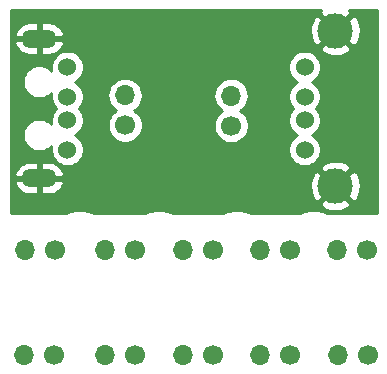
<source format=gbr>
G04 #@! TF.GenerationSoftware,KiCad,Pcbnew,(5.1.2)-1*
G04 #@! TF.CreationDate,2024-04-02T23:01:08+09:00*
G04 #@! TF.ProjectId,uf,75662e6b-6963-4616-945f-706362585858,v1.0*
G04 #@! TF.SameCoordinates,Original*
G04 #@! TF.FileFunction,Copper,L2,Bot*
G04 #@! TF.FilePolarity,Positive*
%FSLAX46Y46*%
G04 Gerber Fmt 4.6, Leading zero omitted, Abs format (unit mm)*
G04 Created by KiCad (PCBNEW (5.1.2)-1) date 2024-04-02 23:01:08*
%MOMM*%
%LPD*%
G04 APERTURE LIST*
%ADD10O,3.000000X1.500000*%
%ADD11C,1.524000*%
%ADD12O,1.700000X1.700000*%
%ADD13C,1.700000*%
%ADD14C,3.000000*%
%ADD15C,0.254000*%
G04 APERTURE END LIST*
D10*
X131060000Y-124400000D03*
X131060000Y-112600000D03*
D11*
X133460000Y-115000000D03*
X133460000Y-117500000D03*
X133460000Y-119500000D03*
X133460000Y-122000000D03*
D12*
X138340000Y-117380000D03*
D13*
X138340000Y-119920000D03*
D12*
X156330000Y-139360000D03*
D13*
X158870000Y-139360000D03*
D12*
X149790000Y-139380000D03*
D13*
X152330000Y-139380000D03*
D12*
X143240000Y-139380000D03*
D13*
X145780000Y-139380000D03*
D12*
X136640000Y-139380000D03*
D13*
X139180000Y-139380000D03*
D12*
X129800000Y-139380000D03*
D13*
X132340000Y-139380000D03*
D12*
X147320000Y-117420000D03*
D13*
X147320000Y-119960000D03*
D12*
X156280000Y-130470000D03*
D13*
X158820000Y-130470000D03*
D12*
X149790000Y-130490000D03*
D13*
X152330000Y-130490000D03*
D12*
X143240000Y-130490000D03*
D13*
X145780000Y-130490000D03*
D12*
X136640000Y-130490000D03*
D13*
X139180000Y-130490000D03*
D12*
X129870000Y-130490000D03*
D13*
X132410000Y-130490000D03*
D14*
X156140000Y-111930000D03*
X156140000Y-125070000D03*
D11*
X153540000Y-115000000D03*
X153540000Y-117500000D03*
X153540000Y-119500000D03*
X153540000Y-122000000D03*
D15*
G36*
X154827952Y-110438347D02*
G01*
X156140000Y-111750395D01*
X157452048Y-110438347D01*
X157314436Y-110160000D01*
X159640000Y-110160000D01*
X159640001Y-127349654D01*
X159604862Y-127373000D01*
X159532308Y-127373000D01*
X159492089Y-127365000D01*
X159307911Y-127365000D01*
X159267693Y-127373000D01*
X158632307Y-127373000D01*
X158592089Y-127365000D01*
X158407911Y-127365000D01*
X158367693Y-127373000D01*
X157732307Y-127373000D01*
X157692089Y-127365000D01*
X157507911Y-127365000D01*
X157467693Y-127373000D01*
X156832307Y-127373000D01*
X156792089Y-127365000D01*
X156607911Y-127365000D01*
X156567693Y-127373000D01*
X155932307Y-127373000D01*
X155892089Y-127365000D01*
X155707911Y-127365000D01*
X155667693Y-127373000D01*
X155494968Y-127373000D01*
X155493839Y-127372079D01*
X155444034Y-127338988D01*
X155394650Y-127305174D01*
X155386544Y-127300792D01*
X155300383Y-127254980D01*
X155245091Y-127232191D01*
X155190102Y-127208622D01*
X155181299Y-127205897D01*
X155087881Y-127177692D01*
X155029174Y-127166067D01*
X154970684Y-127153635D01*
X154961530Y-127152673D01*
X154961524Y-127152672D01*
X154961519Y-127152672D01*
X154864402Y-127143150D01*
X154832419Y-127140000D01*
X153767581Y-127140000D01*
X153735110Y-127143198D01*
X153728617Y-127143198D01*
X153719453Y-127144162D01*
X153677169Y-127148905D01*
X153670617Y-127149550D01*
X153670148Y-127149692D01*
X153622478Y-127155039D01*
X153563984Y-127167472D01*
X153505284Y-127179095D01*
X153496481Y-127181820D01*
X153403465Y-127211326D01*
X153348505Y-127234882D01*
X153293178Y-127257686D01*
X153285072Y-127262069D01*
X153199559Y-127309080D01*
X153150208Y-127342872D01*
X153104862Y-127373000D01*
X153032308Y-127373000D01*
X152992089Y-127365000D01*
X152807911Y-127365000D01*
X152767693Y-127373000D01*
X152132307Y-127373000D01*
X152092089Y-127365000D01*
X151907911Y-127365000D01*
X151867693Y-127373000D01*
X151232307Y-127373000D01*
X151192089Y-127365000D01*
X151007911Y-127365000D01*
X150967693Y-127373000D01*
X150332307Y-127373000D01*
X150292089Y-127365000D01*
X150107911Y-127365000D01*
X150067693Y-127373000D01*
X149432307Y-127373000D01*
X149392089Y-127365000D01*
X149207911Y-127365000D01*
X149167693Y-127373000D01*
X148994968Y-127373000D01*
X148993839Y-127372079D01*
X148944034Y-127338988D01*
X148894650Y-127305174D01*
X148886544Y-127300792D01*
X148800383Y-127254980D01*
X148745091Y-127232191D01*
X148690102Y-127208622D01*
X148681299Y-127205897D01*
X148587881Y-127177692D01*
X148529174Y-127166067D01*
X148470684Y-127153635D01*
X148461530Y-127152673D01*
X148461524Y-127152672D01*
X148461519Y-127152672D01*
X148364402Y-127143150D01*
X148332419Y-127140000D01*
X147267581Y-127140000D01*
X147235110Y-127143198D01*
X147228617Y-127143198D01*
X147219453Y-127144162D01*
X147177169Y-127148905D01*
X147170617Y-127149550D01*
X147170148Y-127149692D01*
X147122478Y-127155039D01*
X147063984Y-127167472D01*
X147005284Y-127179095D01*
X146996481Y-127181820D01*
X146903465Y-127211326D01*
X146848505Y-127234882D01*
X146793178Y-127257686D01*
X146785072Y-127262069D01*
X146699559Y-127309080D01*
X146650208Y-127342872D01*
X146604862Y-127373000D01*
X146432307Y-127373000D01*
X146392089Y-127365000D01*
X146207911Y-127365000D01*
X146167693Y-127373000D01*
X145532307Y-127373000D01*
X145492089Y-127365000D01*
X145307911Y-127365000D01*
X145267693Y-127373000D01*
X144632307Y-127373000D01*
X144592089Y-127365000D01*
X144407911Y-127365000D01*
X144367693Y-127373000D01*
X143732307Y-127373000D01*
X143692089Y-127365000D01*
X143507911Y-127365000D01*
X143467693Y-127373000D01*
X142832307Y-127373000D01*
X142792089Y-127365000D01*
X142607911Y-127365000D01*
X142567693Y-127373000D01*
X142394968Y-127373000D01*
X142393839Y-127372079D01*
X142344034Y-127338988D01*
X142294650Y-127305174D01*
X142286544Y-127300792D01*
X142200383Y-127254980D01*
X142145091Y-127232191D01*
X142090102Y-127208622D01*
X142081299Y-127205897D01*
X141987881Y-127177692D01*
X141929174Y-127166067D01*
X141870684Y-127153635D01*
X141861530Y-127152673D01*
X141861524Y-127152672D01*
X141861519Y-127152672D01*
X141764402Y-127143150D01*
X141732419Y-127140000D01*
X140667581Y-127140000D01*
X140635110Y-127143198D01*
X140628617Y-127143198D01*
X140619453Y-127144162D01*
X140577169Y-127148905D01*
X140570617Y-127149550D01*
X140570148Y-127149692D01*
X140522478Y-127155039D01*
X140463984Y-127167472D01*
X140405284Y-127179095D01*
X140396481Y-127181820D01*
X140303465Y-127211326D01*
X140248505Y-127234882D01*
X140193178Y-127257686D01*
X140185072Y-127262069D01*
X140099559Y-127309080D01*
X140050208Y-127342872D01*
X140004862Y-127373000D01*
X139832307Y-127373000D01*
X139792089Y-127365000D01*
X139607911Y-127365000D01*
X139567693Y-127373000D01*
X138932307Y-127373000D01*
X138892089Y-127365000D01*
X138707911Y-127365000D01*
X138667693Y-127373000D01*
X138032307Y-127373000D01*
X137992089Y-127365000D01*
X137807911Y-127365000D01*
X137767693Y-127373000D01*
X137132307Y-127373000D01*
X137092089Y-127365000D01*
X136907911Y-127365000D01*
X136867693Y-127373000D01*
X136132307Y-127373000D01*
X136092089Y-127365000D01*
X135907911Y-127365000D01*
X135867693Y-127373000D01*
X135694968Y-127373000D01*
X135693839Y-127372079D01*
X135644034Y-127338988D01*
X135594650Y-127305174D01*
X135586544Y-127300792D01*
X135500383Y-127254980D01*
X135445091Y-127232191D01*
X135390102Y-127208622D01*
X135381299Y-127205897D01*
X135287881Y-127177692D01*
X135229174Y-127166067D01*
X135170684Y-127153635D01*
X135161530Y-127152673D01*
X135161524Y-127152672D01*
X135161519Y-127152672D01*
X135064402Y-127143150D01*
X135032419Y-127140000D01*
X133967581Y-127140000D01*
X133935110Y-127143198D01*
X133928617Y-127143198D01*
X133919453Y-127144162D01*
X133877169Y-127148905D01*
X133870617Y-127149550D01*
X133870148Y-127149692D01*
X133822478Y-127155039D01*
X133763984Y-127167472D01*
X133705284Y-127179095D01*
X133696481Y-127181820D01*
X133603465Y-127211326D01*
X133548505Y-127234882D01*
X133493178Y-127257686D01*
X133485072Y-127262069D01*
X133399559Y-127309080D01*
X133350208Y-127342872D01*
X133304862Y-127373000D01*
X133132307Y-127373000D01*
X133092089Y-127365000D01*
X132907911Y-127365000D01*
X132867693Y-127373000D01*
X132132307Y-127373000D01*
X132092089Y-127365000D01*
X131907911Y-127365000D01*
X131867693Y-127373000D01*
X131132307Y-127373000D01*
X131092089Y-127365000D01*
X130907911Y-127365000D01*
X130867693Y-127373000D01*
X130132307Y-127373000D01*
X130092089Y-127365000D01*
X129907911Y-127365000D01*
X129867693Y-127373000D01*
X129132307Y-127373000D01*
X129092089Y-127365000D01*
X128907911Y-127365000D01*
X128867693Y-127373000D01*
X128694968Y-127373000D01*
X128693839Y-127372079D01*
X128660000Y-127349596D01*
X128660000Y-126561653D01*
X154827952Y-126561653D01*
X154983962Y-126877214D01*
X155358745Y-127068020D01*
X155763551Y-127182044D01*
X156182824Y-127214902D01*
X156600451Y-127165334D01*
X157000383Y-127035243D01*
X157296038Y-126877214D01*
X157452048Y-126561653D01*
X156140000Y-125249605D01*
X154827952Y-126561653D01*
X128660000Y-126561653D01*
X128660000Y-124741185D01*
X128967682Y-124741185D01*
X128981827Y-124812684D01*
X129087858Y-125063868D01*
X129240855Y-125289540D01*
X129434939Y-125481028D01*
X129662651Y-125630972D01*
X129915240Y-125733611D01*
X130183000Y-125785000D01*
X130933000Y-125785000D01*
X130933000Y-124527000D01*
X131187000Y-124527000D01*
X131187000Y-125785000D01*
X131937000Y-125785000D01*
X132204760Y-125733611D01*
X132457349Y-125630972D01*
X132685061Y-125481028D01*
X132879145Y-125289540D01*
X132998951Y-125112824D01*
X153995098Y-125112824D01*
X154044666Y-125530451D01*
X154174757Y-125930383D01*
X154332786Y-126226038D01*
X154648347Y-126382048D01*
X155960395Y-125070000D01*
X156319605Y-125070000D01*
X157631653Y-126382048D01*
X157947214Y-126226038D01*
X158138020Y-125851255D01*
X158252044Y-125446449D01*
X158284902Y-125027176D01*
X158235334Y-124609549D01*
X158105243Y-124209617D01*
X157947214Y-123913962D01*
X157631653Y-123757952D01*
X156319605Y-125070000D01*
X155960395Y-125070000D01*
X154648347Y-123757952D01*
X154332786Y-123913962D01*
X154141980Y-124288745D01*
X154027956Y-124693551D01*
X153995098Y-125112824D01*
X132998951Y-125112824D01*
X133032142Y-125063868D01*
X133138173Y-124812684D01*
X133152318Y-124741185D01*
X133029656Y-124527000D01*
X131187000Y-124527000D01*
X130933000Y-124527000D01*
X129090344Y-124527000D01*
X128967682Y-124741185D01*
X128660000Y-124741185D01*
X128660000Y-124058815D01*
X128967682Y-124058815D01*
X129090344Y-124273000D01*
X130933000Y-124273000D01*
X130933000Y-123015000D01*
X131187000Y-123015000D01*
X131187000Y-124273000D01*
X133029656Y-124273000D01*
X133152318Y-124058815D01*
X133138173Y-123987316D01*
X133032142Y-123736132D01*
X132925170Y-123578347D01*
X154827952Y-123578347D01*
X156140000Y-124890395D01*
X157452048Y-123578347D01*
X157296038Y-123262786D01*
X156921255Y-123071980D01*
X156516449Y-122957956D01*
X156097176Y-122925098D01*
X155679549Y-122974666D01*
X155279617Y-123104757D01*
X154983962Y-123262786D01*
X154827952Y-123578347D01*
X132925170Y-123578347D01*
X132879145Y-123510460D01*
X132685061Y-123318972D01*
X132457349Y-123169028D01*
X132204760Y-123066389D01*
X131937000Y-123015000D01*
X131187000Y-123015000D01*
X130933000Y-123015000D01*
X130183000Y-123015000D01*
X129915240Y-123066389D01*
X129662651Y-123169028D01*
X129434939Y-123318972D01*
X129240855Y-123510460D01*
X129087858Y-123736132D01*
X128981827Y-123987316D01*
X128967682Y-124058815D01*
X128660000Y-124058815D01*
X128660000Y-116113589D01*
X129675000Y-116113589D01*
X129675000Y-116386411D01*
X129728225Y-116653989D01*
X129832629Y-116906043D01*
X129984201Y-117132886D01*
X130177114Y-117325799D01*
X130403957Y-117477371D01*
X130656011Y-117581775D01*
X130923589Y-117635000D01*
X131196411Y-117635000D01*
X131463989Y-117581775D01*
X131716043Y-117477371D01*
X131942886Y-117325799D01*
X132101915Y-117166770D01*
X132063000Y-117362408D01*
X132063000Y-117637592D01*
X132116686Y-117907490D01*
X132221995Y-118161727D01*
X132374880Y-118390535D01*
X132484345Y-118500000D01*
X132374880Y-118609465D01*
X132221995Y-118838273D01*
X132116686Y-119092510D01*
X132063000Y-119362408D01*
X132063000Y-119637592D01*
X132101915Y-119833230D01*
X131942886Y-119674201D01*
X131716043Y-119522629D01*
X131463989Y-119418225D01*
X131196411Y-119365000D01*
X130923589Y-119365000D01*
X130656011Y-119418225D01*
X130403957Y-119522629D01*
X130177114Y-119674201D01*
X129984201Y-119867114D01*
X129832629Y-120093957D01*
X129728225Y-120346011D01*
X129675000Y-120613589D01*
X129675000Y-120886411D01*
X129728225Y-121153989D01*
X129832629Y-121406043D01*
X129984201Y-121632886D01*
X130177114Y-121825799D01*
X130403957Y-121977371D01*
X130656011Y-122081775D01*
X130923589Y-122135000D01*
X131196411Y-122135000D01*
X131463989Y-122081775D01*
X131716043Y-121977371D01*
X131942886Y-121825799D01*
X132101915Y-121666770D01*
X132063000Y-121862408D01*
X132063000Y-122137592D01*
X132116686Y-122407490D01*
X132221995Y-122661727D01*
X132374880Y-122890535D01*
X132569465Y-123085120D01*
X132798273Y-123238005D01*
X133052510Y-123343314D01*
X133322408Y-123397000D01*
X133597592Y-123397000D01*
X133867490Y-123343314D01*
X134121727Y-123238005D01*
X134350535Y-123085120D01*
X134545120Y-122890535D01*
X134698005Y-122661727D01*
X134803314Y-122407490D01*
X134857000Y-122137592D01*
X134857000Y-121862408D01*
X134803314Y-121592510D01*
X134698005Y-121338273D01*
X134545120Y-121109465D01*
X134350535Y-120914880D01*
X134121727Y-120761995D01*
X134092769Y-120750000D01*
X134121727Y-120738005D01*
X134350535Y-120585120D01*
X134545120Y-120390535D01*
X134698005Y-120161727D01*
X134803314Y-119907490D01*
X134857000Y-119637592D01*
X134857000Y-119362408D01*
X134803314Y-119092510D01*
X134698005Y-118838273D01*
X134545120Y-118609465D01*
X134435655Y-118500000D01*
X134545120Y-118390535D01*
X134698005Y-118161727D01*
X134803314Y-117907490D01*
X134857000Y-117637592D01*
X134857000Y-117380000D01*
X136847815Y-117380000D01*
X136876487Y-117671111D01*
X136961401Y-117951034D01*
X137099294Y-118209014D01*
X137284866Y-118435134D01*
X137510986Y-118620706D01*
X137566885Y-118650585D01*
X137393368Y-118766525D01*
X137186525Y-118973368D01*
X137024010Y-119216589D01*
X136912068Y-119486842D01*
X136855000Y-119773740D01*
X136855000Y-120066260D01*
X136912068Y-120353158D01*
X137024010Y-120623411D01*
X137186525Y-120866632D01*
X137393368Y-121073475D01*
X137636589Y-121235990D01*
X137906842Y-121347932D01*
X138193740Y-121405000D01*
X138486260Y-121405000D01*
X138773158Y-121347932D01*
X139043411Y-121235990D01*
X139286632Y-121073475D01*
X139493475Y-120866632D01*
X139655990Y-120623411D01*
X139767932Y-120353158D01*
X139825000Y-120066260D01*
X139825000Y-119773740D01*
X139767932Y-119486842D01*
X139655990Y-119216589D01*
X139493475Y-118973368D01*
X139286632Y-118766525D01*
X139113115Y-118650585D01*
X139169014Y-118620706D01*
X139395134Y-118435134D01*
X139580706Y-118209014D01*
X139718599Y-117951034D01*
X139803513Y-117671111D01*
X139828245Y-117420000D01*
X145827815Y-117420000D01*
X145856487Y-117711111D01*
X145941401Y-117991034D01*
X146079294Y-118249014D01*
X146264866Y-118475134D01*
X146490986Y-118660706D01*
X146546885Y-118690585D01*
X146373368Y-118806525D01*
X146166525Y-119013368D01*
X146004010Y-119256589D01*
X145892068Y-119526842D01*
X145835000Y-119813740D01*
X145835000Y-120106260D01*
X145892068Y-120393158D01*
X146004010Y-120663411D01*
X146166525Y-120906632D01*
X146373368Y-121113475D01*
X146616589Y-121275990D01*
X146886842Y-121387932D01*
X147173740Y-121445000D01*
X147466260Y-121445000D01*
X147753158Y-121387932D01*
X148023411Y-121275990D01*
X148266632Y-121113475D01*
X148473475Y-120906632D01*
X148635990Y-120663411D01*
X148747932Y-120393158D01*
X148805000Y-120106260D01*
X148805000Y-119813740D01*
X148747932Y-119526842D01*
X148635990Y-119256589D01*
X148473475Y-119013368D01*
X148266632Y-118806525D01*
X148093115Y-118690585D01*
X148149014Y-118660706D01*
X148375134Y-118475134D01*
X148560706Y-118249014D01*
X148698599Y-117991034D01*
X148783513Y-117711111D01*
X148812185Y-117420000D01*
X148783513Y-117128889D01*
X148698599Y-116848966D01*
X148560706Y-116590986D01*
X148375134Y-116364866D01*
X148149014Y-116179294D01*
X147891034Y-116041401D01*
X147611111Y-115956487D01*
X147392950Y-115935000D01*
X147247050Y-115935000D01*
X147028889Y-115956487D01*
X146748966Y-116041401D01*
X146490986Y-116179294D01*
X146264866Y-116364866D01*
X146079294Y-116590986D01*
X145941401Y-116848966D01*
X145856487Y-117128889D01*
X145827815Y-117420000D01*
X139828245Y-117420000D01*
X139832185Y-117380000D01*
X139803513Y-117088889D01*
X139718599Y-116808966D01*
X139580706Y-116550986D01*
X139395134Y-116324866D01*
X139169014Y-116139294D01*
X138911034Y-116001401D01*
X138631111Y-115916487D01*
X138412950Y-115895000D01*
X138267050Y-115895000D01*
X138048889Y-115916487D01*
X137768966Y-116001401D01*
X137510986Y-116139294D01*
X137284866Y-116324866D01*
X137099294Y-116550986D01*
X136961401Y-116808966D01*
X136876487Y-117088889D01*
X136847815Y-117380000D01*
X134857000Y-117380000D01*
X134857000Y-117362408D01*
X134803314Y-117092510D01*
X134698005Y-116838273D01*
X134545120Y-116609465D01*
X134350535Y-116414880D01*
X134121727Y-116261995D01*
X134092769Y-116250000D01*
X134121727Y-116238005D01*
X134350535Y-116085120D01*
X134545120Y-115890535D01*
X134698005Y-115661727D01*
X134803314Y-115407490D01*
X134857000Y-115137592D01*
X134857000Y-114862408D01*
X152143000Y-114862408D01*
X152143000Y-115137592D01*
X152196686Y-115407490D01*
X152301995Y-115661727D01*
X152454880Y-115890535D01*
X152649465Y-116085120D01*
X152878273Y-116238005D01*
X152907231Y-116250000D01*
X152878273Y-116261995D01*
X152649465Y-116414880D01*
X152454880Y-116609465D01*
X152301995Y-116838273D01*
X152196686Y-117092510D01*
X152143000Y-117362408D01*
X152143000Y-117637592D01*
X152196686Y-117907490D01*
X152301995Y-118161727D01*
X152454880Y-118390535D01*
X152564345Y-118500000D01*
X152454880Y-118609465D01*
X152301995Y-118838273D01*
X152196686Y-119092510D01*
X152143000Y-119362408D01*
X152143000Y-119637592D01*
X152196686Y-119907490D01*
X152301995Y-120161727D01*
X152454880Y-120390535D01*
X152649465Y-120585120D01*
X152878273Y-120738005D01*
X152907231Y-120750000D01*
X152878273Y-120761995D01*
X152649465Y-120914880D01*
X152454880Y-121109465D01*
X152301995Y-121338273D01*
X152196686Y-121592510D01*
X152143000Y-121862408D01*
X152143000Y-122137592D01*
X152196686Y-122407490D01*
X152301995Y-122661727D01*
X152454880Y-122890535D01*
X152649465Y-123085120D01*
X152878273Y-123238005D01*
X153132510Y-123343314D01*
X153402408Y-123397000D01*
X153677592Y-123397000D01*
X153947490Y-123343314D01*
X154201727Y-123238005D01*
X154430535Y-123085120D01*
X154625120Y-122890535D01*
X154778005Y-122661727D01*
X154883314Y-122407490D01*
X154937000Y-122137592D01*
X154937000Y-121862408D01*
X154883314Y-121592510D01*
X154778005Y-121338273D01*
X154625120Y-121109465D01*
X154430535Y-120914880D01*
X154201727Y-120761995D01*
X154172769Y-120750000D01*
X154201727Y-120738005D01*
X154430535Y-120585120D01*
X154625120Y-120390535D01*
X154778005Y-120161727D01*
X154883314Y-119907490D01*
X154937000Y-119637592D01*
X154937000Y-119362408D01*
X154883314Y-119092510D01*
X154778005Y-118838273D01*
X154625120Y-118609465D01*
X154515655Y-118500000D01*
X154625120Y-118390535D01*
X154778005Y-118161727D01*
X154883314Y-117907490D01*
X154937000Y-117637592D01*
X154937000Y-117362408D01*
X154883314Y-117092510D01*
X154778005Y-116838273D01*
X154625120Y-116609465D01*
X154430535Y-116414880D01*
X154201727Y-116261995D01*
X154172769Y-116250000D01*
X154201727Y-116238005D01*
X154430535Y-116085120D01*
X154625120Y-115890535D01*
X154778005Y-115661727D01*
X154883314Y-115407490D01*
X154937000Y-115137592D01*
X154937000Y-114862408D01*
X154883314Y-114592510D01*
X154778005Y-114338273D01*
X154625120Y-114109465D01*
X154430535Y-113914880D01*
X154201727Y-113761995D01*
X153947490Y-113656686D01*
X153677592Y-113603000D01*
X153402408Y-113603000D01*
X153132510Y-113656686D01*
X152878273Y-113761995D01*
X152649465Y-113914880D01*
X152454880Y-114109465D01*
X152301995Y-114338273D01*
X152196686Y-114592510D01*
X152143000Y-114862408D01*
X134857000Y-114862408D01*
X134803314Y-114592510D01*
X134698005Y-114338273D01*
X134545120Y-114109465D01*
X134350535Y-113914880D01*
X134121727Y-113761995D01*
X133867490Y-113656686D01*
X133597592Y-113603000D01*
X133322408Y-113603000D01*
X133052510Y-113656686D01*
X132798273Y-113761995D01*
X132569465Y-113914880D01*
X132374880Y-114109465D01*
X132221995Y-114338273D01*
X132116686Y-114592510D01*
X132063000Y-114862408D01*
X132063000Y-115137592D01*
X132101915Y-115333230D01*
X131942886Y-115174201D01*
X131716043Y-115022629D01*
X131463989Y-114918225D01*
X131196411Y-114865000D01*
X130923589Y-114865000D01*
X130656011Y-114918225D01*
X130403957Y-115022629D01*
X130177114Y-115174201D01*
X129984201Y-115367114D01*
X129832629Y-115593957D01*
X129728225Y-115846011D01*
X129675000Y-116113589D01*
X128660000Y-116113589D01*
X128660000Y-112941185D01*
X128967682Y-112941185D01*
X128981827Y-113012684D01*
X129087858Y-113263868D01*
X129240855Y-113489540D01*
X129434939Y-113681028D01*
X129662651Y-113830972D01*
X129915240Y-113933611D01*
X130183000Y-113985000D01*
X130933000Y-113985000D01*
X130933000Y-112727000D01*
X131187000Y-112727000D01*
X131187000Y-113985000D01*
X131937000Y-113985000D01*
X132204760Y-113933611D01*
X132457349Y-113830972D01*
X132685061Y-113681028D01*
X132879145Y-113489540D01*
X132925169Y-113421653D01*
X154827952Y-113421653D01*
X154983962Y-113737214D01*
X155358745Y-113928020D01*
X155763551Y-114042044D01*
X156182824Y-114074902D01*
X156600451Y-114025334D01*
X157000383Y-113895243D01*
X157296038Y-113737214D01*
X157452048Y-113421653D01*
X156140000Y-112109605D01*
X154827952Y-113421653D01*
X132925169Y-113421653D01*
X133032142Y-113263868D01*
X133138173Y-113012684D01*
X133152318Y-112941185D01*
X133029656Y-112727000D01*
X131187000Y-112727000D01*
X130933000Y-112727000D01*
X129090344Y-112727000D01*
X128967682Y-112941185D01*
X128660000Y-112941185D01*
X128660000Y-112258815D01*
X128967682Y-112258815D01*
X129090344Y-112473000D01*
X130933000Y-112473000D01*
X130933000Y-111215000D01*
X131187000Y-111215000D01*
X131187000Y-112473000D01*
X133029656Y-112473000D01*
X133152318Y-112258815D01*
X133138173Y-112187316D01*
X133047631Y-111972824D01*
X153995098Y-111972824D01*
X154044666Y-112390451D01*
X154174757Y-112790383D01*
X154332786Y-113086038D01*
X154648347Y-113242048D01*
X155960395Y-111930000D01*
X156319605Y-111930000D01*
X157631653Y-113242048D01*
X157947214Y-113086038D01*
X158138020Y-112711255D01*
X158252044Y-112306449D01*
X158284902Y-111887176D01*
X158235334Y-111469549D01*
X158105243Y-111069617D01*
X157947214Y-110773962D01*
X157631653Y-110617952D01*
X156319605Y-111930000D01*
X155960395Y-111930000D01*
X154648347Y-110617952D01*
X154332786Y-110773962D01*
X154141980Y-111148745D01*
X154027956Y-111553551D01*
X153995098Y-111972824D01*
X133047631Y-111972824D01*
X133032142Y-111936132D01*
X132879145Y-111710460D01*
X132685061Y-111518972D01*
X132457349Y-111369028D01*
X132204760Y-111266389D01*
X131937000Y-111215000D01*
X131187000Y-111215000D01*
X130933000Y-111215000D01*
X130183000Y-111215000D01*
X129915240Y-111266389D01*
X129662651Y-111369028D01*
X129434939Y-111518972D01*
X129240855Y-111710460D01*
X129087858Y-111936132D01*
X128981827Y-112187316D01*
X128967682Y-112258815D01*
X128660000Y-112258815D01*
X128660000Y-110160000D01*
X154965564Y-110160000D01*
X154827952Y-110438347D01*
X154827952Y-110438347D01*
G37*
X154827952Y-110438347D02*
X156140000Y-111750395D01*
X157452048Y-110438347D01*
X157314436Y-110160000D01*
X159640000Y-110160000D01*
X159640001Y-127349654D01*
X159604862Y-127373000D01*
X159532308Y-127373000D01*
X159492089Y-127365000D01*
X159307911Y-127365000D01*
X159267693Y-127373000D01*
X158632307Y-127373000D01*
X158592089Y-127365000D01*
X158407911Y-127365000D01*
X158367693Y-127373000D01*
X157732307Y-127373000D01*
X157692089Y-127365000D01*
X157507911Y-127365000D01*
X157467693Y-127373000D01*
X156832307Y-127373000D01*
X156792089Y-127365000D01*
X156607911Y-127365000D01*
X156567693Y-127373000D01*
X155932307Y-127373000D01*
X155892089Y-127365000D01*
X155707911Y-127365000D01*
X155667693Y-127373000D01*
X155494968Y-127373000D01*
X155493839Y-127372079D01*
X155444034Y-127338988D01*
X155394650Y-127305174D01*
X155386544Y-127300792D01*
X155300383Y-127254980D01*
X155245091Y-127232191D01*
X155190102Y-127208622D01*
X155181299Y-127205897D01*
X155087881Y-127177692D01*
X155029174Y-127166067D01*
X154970684Y-127153635D01*
X154961530Y-127152673D01*
X154961524Y-127152672D01*
X154961519Y-127152672D01*
X154864402Y-127143150D01*
X154832419Y-127140000D01*
X153767581Y-127140000D01*
X153735110Y-127143198D01*
X153728617Y-127143198D01*
X153719453Y-127144162D01*
X153677169Y-127148905D01*
X153670617Y-127149550D01*
X153670148Y-127149692D01*
X153622478Y-127155039D01*
X153563984Y-127167472D01*
X153505284Y-127179095D01*
X153496481Y-127181820D01*
X153403465Y-127211326D01*
X153348505Y-127234882D01*
X153293178Y-127257686D01*
X153285072Y-127262069D01*
X153199559Y-127309080D01*
X153150208Y-127342872D01*
X153104862Y-127373000D01*
X153032308Y-127373000D01*
X152992089Y-127365000D01*
X152807911Y-127365000D01*
X152767693Y-127373000D01*
X152132307Y-127373000D01*
X152092089Y-127365000D01*
X151907911Y-127365000D01*
X151867693Y-127373000D01*
X151232307Y-127373000D01*
X151192089Y-127365000D01*
X151007911Y-127365000D01*
X150967693Y-127373000D01*
X150332307Y-127373000D01*
X150292089Y-127365000D01*
X150107911Y-127365000D01*
X150067693Y-127373000D01*
X149432307Y-127373000D01*
X149392089Y-127365000D01*
X149207911Y-127365000D01*
X149167693Y-127373000D01*
X148994968Y-127373000D01*
X148993839Y-127372079D01*
X148944034Y-127338988D01*
X148894650Y-127305174D01*
X148886544Y-127300792D01*
X148800383Y-127254980D01*
X148745091Y-127232191D01*
X148690102Y-127208622D01*
X148681299Y-127205897D01*
X148587881Y-127177692D01*
X148529174Y-127166067D01*
X148470684Y-127153635D01*
X148461530Y-127152673D01*
X148461524Y-127152672D01*
X148461519Y-127152672D01*
X148364402Y-127143150D01*
X148332419Y-127140000D01*
X147267581Y-127140000D01*
X147235110Y-127143198D01*
X147228617Y-127143198D01*
X147219453Y-127144162D01*
X147177169Y-127148905D01*
X147170617Y-127149550D01*
X147170148Y-127149692D01*
X147122478Y-127155039D01*
X147063984Y-127167472D01*
X147005284Y-127179095D01*
X146996481Y-127181820D01*
X146903465Y-127211326D01*
X146848505Y-127234882D01*
X146793178Y-127257686D01*
X146785072Y-127262069D01*
X146699559Y-127309080D01*
X146650208Y-127342872D01*
X146604862Y-127373000D01*
X146432307Y-127373000D01*
X146392089Y-127365000D01*
X146207911Y-127365000D01*
X146167693Y-127373000D01*
X145532307Y-127373000D01*
X145492089Y-127365000D01*
X145307911Y-127365000D01*
X145267693Y-127373000D01*
X144632307Y-127373000D01*
X144592089Y-127365000D01*
X144407911Y-127365000D01*
X144367693Y-127373000D01*
X143732307Y-127373000D01*
X143692089Y-127365000D01*
X143507911Y-127365000D01*
X143467693Y-127373000D01*
X142832307Y-127373000D01*
X142792089Y-127365000D01*
X142607911Y-127365000D01*
X142567693Y-127373000D01*
X142394968Y-127373000D01*
X142393839Y-127372079D01*
X142344034Y-127338988D01*
X142294650Y-127305174D01*
X142286544Y-127300792D01*
X142200383Y-127254980D01*
X142145091Y-127232191D01*
X142090102Y-127208622D01*
X142081299Y-127205897D01*
X141987881Y-127177692D01*
X141929174Y-127166067D01*
X141870684Y-127153635D01*
X141861530Y-127152673D01*
X141861524Y-127152672D01*
X141861519Y-127152672D01*
X141764402Y-127143150D01*
X141732419Y-127140000D01*
X140667581Y-127140000D01*
X140635110Y-127143198D01*
X140628617Y-127143198D01*
X140619453Y-127144162D01*
X140577169Y-127148905D01*
X140570617Y-127149550D01*
X140570148Y-127149692D01*
X140522478Y-127155039D01*
X140463984Y-127167472D01*
X140405284Y-127179095D01*
X140396481Y-127181820D01*
X140303465Y-127211326D01*
X140248505Y-127234882D01*
X140193178Y-127257686D01*
X140185072Y-127262069D01*
X140099559Y-127309080D01*
X140050208Y-127342872D01*
X140004862Y-127373000D01*
X139832307Y-127373000D01*
X139792089Y-127365000D01*
X139607911Y-127365000D01*
X139567693Y-127373000D01*
X138932307Y-127373000D01*
X138892089Y-127365000D01*
X138707911Y-127365000D01*
X138667693Y-127373000D01*
X138032307Y-127373000D01*
X137992089Y-127365000D01*
X137807911Y-127365000D01*
X137767693Y-127373000D01*
X137132307Y-127373000D01*
X137092089Y-127365000D01*
X136907911Y-127365000D01*
X136867693Y-127373000D01*
X136132307Y-127373000D01*
X136092089Y-127365000D01*
X135907911Y-127365000D01*
X135867693Y-127373000D01*
X135694968Y-127373000D01*
X135693839Y-127372079D01*
X135644034Y-127338988D01*
X135594650Y-127305174D01*
X135586544Y-127300792D01*
X135500383Y-127254980D01*
X135445091Y-127232191D01*
X135390102Y-127208622D01*
X135381299Y-127205897D01*
X135287881Y-127177692D01*
X135229174Y-127166067D01*
X135170684Y-127153635D01*
X135161530Y-127152673D01*
X135161524Y-127152672D01*
X135161519Y-127152672D01*
X135064402Y-127143150D01*
X135032419Y-127140000D01*
X133967581Y-127140000D01*
X133935110Y-127143198D01*
X133928617Y-127143198D01*
X133919453Y-127144162D01*
X133877169Y-127148905D01*
X133870617Y-127149550D01*
X133870148Y-127149692D01*
X133822478Y-127155039D01*
X133763984Y-127167472D01*
X133705284Y-127179095D01*
X133696481Y-127181820D01*
X133603465Y-127211326D01*
X133548505Y-127234882D01*
X133493178Y-127257686D01*
X133485072Y-127262069D01*
X133399559Y-127309080D01*
X133350208Y-127342872D01*
X133304862Y-127373000D01*
X133132307Y-127373000D01*
X133092089Y-127365000D01*
X132907911Y-127365000D01*
X132867693Y-127373000D01*
X132132307Y-127373000D01*
X132092089Y-127365000D01*
X131907911Y-127365000D01*
X131867693Y-127373000D01*
X131132307Y-127373000D01*
X131092089Y-127365000D01*
X130907911Y-127365000D01*
X130867693Y-127373000D01*
X130132307Y-127373000D01*
X130092089Y-127365000D01*
X129907911Y-127365000D01*
X129867693Y-127373000D01*
X129132307Y-127373000D01*
X129092089Y-127365000D01*
X128907911Y-127365000D01*
X128867693Y-127373000D01*
X128694968Y-127373000D01*
X128693839Y-127372079D01*
X128660000Y-127349596D01*
X128660000Y-126561653D01*
X154827952Y-126561653D01*
X154983962Y-126877214D01*
X155358745Y-127068020D01*
X155763551Y-127182044D01*
X156182824Y-127214902D01*
X156600451Y-127165334D01*
X157000383Y-127035243D01*
X157296038Y-126877214D01*
X157452048Y-126561653D01*
X156140000Y-125249605D01*
X154827952Y-126561653D01*
X128660000Y-126561653D01*
X128660000Y-124741185D01*
X128967682Y-124741185D01*
X128981827Y-124812684D01*
X129087858Y-125063868D01*
X129240855Y-125289540D01*
X129434939Y-125481028D01*
X129662651Y-125630972D01*
X129915240Y-125733611D01*
X130183000Y-125785000D01*
X130933000Y-125785000D01*
X130933000Y-124527000D01*
X131187000Y-124527000D01*
X131187000Y-125785000D01*
X131937000Y-125785000D01*
X132204760Y-125733611D01*
X132457349Y-125630972D01*
X132685061Y-125481028D01*
X132879145Y-125289540D01*
X132998951Y-125112824D01*
X153995098Y-125112824D01*
X154044666Y-125530451D01*
X154174757Y-125930383D01*
X154332786Y-126226038D01*
X154648347Y-126382048D01*
X155960395Y-125070000D01*
X156319605Y-125070000D01*
X157631653Y-126382048D01*
X157947214Y-126226038D01*
X158138020Y-125851255D01*
X158252044Y-125446449D01*
X158284902Y-125027176D01*
X158235334Y-124609549D01*
X158105243Y-124209617D01*
X157947214Y-123913962D01*
X157631653Y-123757952D01*
X156319605Y-125070000D01*
X155960395Y-125070000D01*
X154648347Y-123757952D01*
X154332786Y-123913962D01*
X154141980Y-124288745D01*
X154027956Y-124693551D01*
X153995098Y-125112824D01*
X132998951Y-125112824D01*
X133032142Y-125063868D01*
X133138173Y-124812684D01*
X133152318Y-124741185D01*
X133029656Y-124527000D01*
X131187000Y-124527000D01*
X130933000Y-124527000D01*
X129090344Y-124527000D01*
X128967682Y-124741185D01*
X128660000Y-124741185D01*
X128660000Y-124058815D01*
X128967682Y-124058815D01*
X129090344Y-124273000D01*
X130933000Y-124273000D01*
X130933000Y-123015000D01*
X131187000Y-123015000D01*
X131187000Y-124273000D01*
X133029656Y-124273000D01*
X133152318Y-124058815D01*
X133138173Y-123987316D01*
X133032142Y-123736132D01*
X132925170Y-123578347D01*
X154827952Y-123578347D01*
X156140000Y-124890395D01*
X157452048Y-123578347D01*
X157296038Y-123262786D01*
X156921255Y-123071980D01*
X156516449Y-122957956D01*
X156097176Y-122925098D01*
X155679549Y-122974666D01*
X155279617Y-123104757D01*
X154983962Y-123262786D01*
X154827952Y-123578347D01*
X132925170Y-123578347D01*
X132879145Y-123510460D01*
X132685061Y-123318972D01*
X132457349Y-123169028D01*
X132204760Y-123066389D01*
X131937000Y-123015000D01*
X131187000Y-123015000D01*
X130933000Y-123015000D01*
X130183000Y-123015000D01*
X129915240Y-123066389D01*
X129662651Y-123169028D01*
X129434939Y-123318972D01*
X129240855Y-123510460D01*
X129087858Y-123736132D01*
X128981827Y-123987316D01*
X128967682Y-124058815D01*
X128660000Y-124058815D01*
X128660000Y-116113589D01*
X129675000Y-116113589D01*
X129675000Y-116386411D01*
X129728225Y-116653989D01*
X129832629Y-116906043D01*
X129984201Y-117132886D01*
X130177114Y-117325799D01*
X130403957Y-117477371D01*
X130656011Y-117581775D01*
X130923589Y-117635000D01*
X131196411Y-117635000D01*
X131463989Y-117581775D01*
X131716043Y-117477371D01*
X131942886Y-117325799D01*
X132101915Y-117166770D01*
X132063000Y-117362408D01*
X132063000Y-117637592D01*
X132116686Y-117907490D01*
X132221995Y-118161727D01*
X132374880Y-118390535D01*
X132484345Y-118500000D01*
X132374880Y-118609465D01*
X132221995Y-118838273D01*
X132116686Y-119092510D01*
X132063000Y-119362408D01*
X132063000Y-119637592D01*
X132101915Y-119833230D01*
X131942886Y-119674201D01*
X131716043Y-119522629D01*
X131463989Y-119418225D01*
X131196411Y-119365000D01*
X130923589Y-119365000D01*
X130656011Y-119418225D01*
X130403957Y-119522629D01*
X130177114Y-119674201D01*
X129984201Y-119867114D01*
X129832629Y-120093957D01*
X129728225Y-120346011D01*
X129675000Y-120613589D01*
X129675000Y-120886411D01*
X129728225Y-121153989D01*
X129832629Y-121406043D01*
X129984201Y-121632886D01*
X130177114Y-121825799D01*
X130403957Y-121977371D01*
X130656011Y-122081775D01*
X130923589Y-122135000D01*
X131196411Y-122135000D01*
X131463989Y-122081775D01*
X131716043Y-121977371D01*
X131942886Y-121825799D01*
X132101915Y-121666770D01*
X132063000Y-121862408D01*
X132063000Y-122137592D01*
X132116686Y-122407490D01*
X132221995Y-122661727D01*
X132374880Y-122890535D01*
X132569465Y-123085120D01*
X132798273Y-123238005D01*
X133052510Y-123343314D01*
X133322408Y-123397000D01*
X133597592Y-123397000D01*
X133867490Y-123343314D01*
X134121727Y-123238005D01*
X134350535Y-123085120D01*
X134545120Y-122890535D01*
X134698005Y-122661727D01*
X134803314Y-122407490D01*
X134857000Y-122137592D01*
X134857000Y-121862408D01*
X134803314Y-121592510D01*
X134698005Y-121338273D01*
X134545120Y-121109465D01*
X134350535Y-120914880D01*
X134121727Y-120761995D01*
X134092769Y-120750000D01*
X134121727Y-120738005D01*
X134350535Y-120585120D01*
X134545120Y-120390535D01*
X134698005Y-120161727D01*
X134803314Y-119907490D01*
X134857000Y-119637592D01*
X134857000Y-119362408D01*
X134803314Y-119092510D01*
X134698005Y-118838273D01*
X134545120Y-118609465D01*
X134435655Y-118500000D01*
X134545120Y-118390535D01*
X134698005Y-118161727D01*
X134803314Y-117907490D01*
X134857000Y-117637592D01*
X134857000Y-117380000D01*
X136847815Y-117380000D01*
X136876487Y-117671111D01*
X136961401Y-117951034D01*
X137099294Y-118209014D01*
X137284866Y-118435134D01*
X137510986Y-118620706D01*
X137566885Y-118650585D01*
X137393368Y-118766525D01*
X137186525Y-118973368D01*
X137024010Y-119216589D01*
X136912068Y-119486842D01*
X136855000Y-119773740D01*
X136855000Y-120066260D01*
X136912068Y-120353158D01*
X137024010Y-120623411D01*
X137186525Y-120866632D01*
X137393368Y-121073475D01*
X137636589Y-121235990D01*
X137906842Y-121347932D01*
X138193740Y-121405000D01*
X138486260Y-121405000D01*
X138773158Y-121347932D01*
X139043411Y-121235990D01*
X139286632Y-121073475D01*
X139493475Y-120866632D01*
X139655990Y-120623411D01*
X139767932Y-120353158D01*
X139825000Y-120066260D01*
X139825000Y-119773740D01*
X139767932Y-119486842D01*
X139655990Y-119216589D01*
X139493475Y-118973368D01*
X139286632Y-118766525D01*
X139113115Y-118650585D01*
X139169014Y-118620706D01*
X139395134Y-118435134D01*
X139580706Y-118209014D01*
X139718599Y-117951034D01*
X139803513Y-117671111D01*
X139828245Y-117420000D01*
X145827815Y-117420000D01*
X145856487Y-117711111D01*
X145941401Y-117991034D01*
X146079294Y-118249014D01*
X146264866Y-118475134D01*
X146490986Y-118660706D01*
X146546885Y-118690585D01*
X146373368Y-118806525D01*
X146166525Y-119013368D01*
X146004010Y-119256589D01*
X145892068Y-119526842D01*
X145835000Y-119813740D01*
X145835000Y-120106260D01*
X145892068Y-120393158D01*
X146004010Y-120663411D01*
X146166525Y-120906632D01*
X146373368Y-121113475D01*
X146616589Y-121275990D01*
X146886842Y-121387932D01*
X147173740Y-121445000D01*
X147466260Y-121445000D01*
X147753158Y-121387932D01*
X148023411Y-121275990D01*
X148266632Y-121113475D01*
X148473475Y-120906632D01*
X148635990Y-120663411D01*
X148747932Y-120393158D01*
X148805000Y-120106260D01*
X148805000Y-119813740D01*
X148747932Y-119526842D01*
X148635990Y-119256589D01*
X148473475Y-119013368D01*
X148266632Y-118806525D01*
X148093115Y-118690585D01*
X148149014Y-118660706D01*
X148375134Y-118475134D01*
X148560706Y-118249014D01*
X148698599Y-117991034D01*
X148783513Y-117711111D01*
X148812185Y-117420000D01*
X148783513Y-117128889D01*
X148698599Y-116848966D01*
X148560706Y-116590986D01*
X148375134Y-116364866D01*
X148149014Y-116179294D01*
X147891034Y-116041401D01*
X147611111Y-115956487D01*
X147392950Y-115935000D01*
X147247050Y-115935000D01*
X147028889Y-115956487D01*
X146748966Y-116041401D01*
X146490986Y-116179294D01*
X146264866Y-116364866D01*
X146079294Y-116590986D01*
X145941401Y-116848966D01*
X145856487Y-117128889D01*
X145827815Y-117420000D01*
X139828245Y-117420000D01*
X139832185Y-117380000D01*
X139803513Y-117088889D01*
X139718599Y-116808966D01*
X139580706Y-116550986D01*
X139395134Y-116324866D01*
X139169014Y-116139294D01*
X138911034Y-116001401D01*
X138631111Y-115916487D01*
X138412950Y-115895000D01*
X138267050Y-115895000D01*
X138048889Y-115916487D01*
X137768966Y-116001401D01*
X137510986Y-116139294D01*
X137284866Y-116324866D01*
X137099294Y-116550986D01*
X136961401Y-116808966D01*
X136876487Y-117088889D01*
X136847815Y-117380000D01*
X134857000Y-117380000D01*
X134857000Y-117362408D01*
X134803314Y-117092510D01*
X134698005Y-116838273D01*
X134545120Y-116609465D01*
X134350535Y-116414880D01*
X134121727Y-116261995D01*
X134092769Y-116250000D01*
X134121727Y-116238005D01*
X134350535Y-116085120D01*
X134545120Y-115890535D01*
X134698005Y-115661727D01*
X134803314Y-115407490D01*
X134857000Y-115137592D01*
X134857000Y-114862408D01*
X152143000Y-114862408D01*
X152143000Y-115137592D01*
X152196686Y-115407490D01*
X152301995Y-115661727D01*
X152454880Y-115890535D01*
X152649465Y-116085120D01*
X152878273Y-116238005D01*
X152907231Y-116250000D01*
X152878273Y-116261995D01*
X152649465Y-116414880D01*
X152454880Y-116609465D01*
X152301995Y-116838273D01*
X152196686Y-117092510D01*
X152143000Y-117362408D01*
X152143000Y-117637592D01*
X152196686Y-117907490D01*
X152301995Y-118161727D01*
X152454880Y-118390535D01*
X152564345Y-118500000D01*
X152454880Y-118609465D01*
X152301995Y-118838273D01*
X152196686Y-119092510D01*
X152143000Y-119362408D01*
X152143000Y-119637592D01*
X152196686Y-119907490D01*
X152301995Y-120161727D01*
X152454880Y-120390535D01*
X152649465Y-120585120D01*
X152878273Y-120738005D01*
X152907231Y-120750000D01*
X152878273Y-120761995D01*
X152649465Y-120914880D01*
X152454880Y-121109465D01*
X152301995Y-121338273D01*
X152196686Y-121592510D01*
X152143000Y-121862408D01*
X152143000Y-122137592D01*
X152196686Y-122407490D01*
X152301995Y-122661727D01*
X152454880Y-122890535D01*
X152649465Y-123085120D01*
X152878273Y-123238005D01*
X153132510Y-123343314D01*
X153402408Y-123397000D01*
X153677592Y-123397000D01*
X153947490Y-123343314D01*
X154201727Y-123238005D01*
X154430535Y-123085120D01*
X154625120Y-122890535D01*
X154778005Y-122661727D01*
X154883314Y-122407490D01*
X154937000Y-122137592D01*
X154937000Y-121862408D01*
X154883314Y-121592510D01*
X154778005Y-121338273D01*
X154625120Y-121109465D01*
X154430535Y-120914880D01*
X154201727Y-120761995D01*
X154172769Y-120750000D01*
X154201727Y-120738005D01*
X154430535Y-120585120D01*
X154625120Y-120390535D01*
X154778005Y-120161727D01*
X154883314Y-119907490D01*
X154937000Y-119637592D01*
X154937000Y-119362408D01*
X154883314Y-119092510D01*
X154778005Y-118838273D01*
X154625120Y-118609465D01*
X154515655Y-118500000D01*
X154625120Y-118390535D01*
X154778005Y-118161727D01*
X154883314Y-117907490D01*
X154937000Y-117637592D01*
X154937000Y-117362408D01*
X154883314Y-117092510D01*
X154778005Y-116838273D01*
X154625120Y-116609465D01*
X154430535Y-116414880D01*
X154201727Y-116261995D01*
X154172769Y-116250000D01*
X154201727Y-116238005D01*
X154430535Y-116085120D01*
X154625120Y-115890535D01*
X154778005Y-115661727D01*
X154883314Y-115407490D01*
X154937000Y-115137592D01*
X154937000Y-114862408D01*
X154883314Y-114592510D01*
X154778005Y-114338273D01*
X154625120Y-114109465D01*
X154430535Y-113914880D01*
X154201727Y-113761995D01*
X153947490Y-113656686D01*
X153677592Y-113603000D01*
X153402408Y-113603000D01*
X153132510Y-113656686D01*
X152878273Y-113761995D01*
X152649465Y-113914880D01*
X152454880Y-114109465D01*
X152301995Y-114338273D01*
X152196686Y-114592510D01*
X152143000Y-114862408D01*
X134857000Y-114862408D01*
X134803314Y-114592510D01*
X134698005Y-114338273D01*
X134545120Y-114109465D01*
X134350535Y-113914880D01*
X134121727Y-113761995D01*
X133867490Y-113656686D01*
X133597592Y-113603000D01*
X133322408Y-113603000D01*
X133052510Y-113656686D01*
X132798273Y-113761995D01*
X132569465Y-113914880D01*
X132374880Y-114109465D01*
X132221995Y-114338273D01*
X132116686Y-114592510D01*
X132063000Y-114862408D01*
X132063000Y-115137592D01*
X132101915Y-115333230D01*
X131942886Y-115174201D01*
X131716043Y-115022629D01*
X131463989Y-114918225D01*
X131196411Y-114865000D01*
X130923589Y-114865000D01*
X130656011Y-114918225D01*
X130403957Y-115022629D01*
X130177114Y-115174201D01*
X129984201Y-115367114D01*
X129832629Y-115593957D01*
X129728225Y-115846011D01*
X129675000Y-116113589D01*
X128660000Y-116113589D01*
X128660000Y-112941185D01*
X128967682Y-112941185D01*
X128981827Y-113012684D01*
X129087858Y-113263868D01*
X129240855Y-113489540D01*
X129434939Y-113681028D01*
X129662651Y-113830972D01*
X129915240Y-113933611D01*
X130183000Y-113985000D01*
X130933000Y-113985000D01*
X130933000Y-112727000D01*
X131187000Y-112727000D01*
X131187000Y-113985000D01*
X131937000Y-113985000D01*
X132204760Y-113933611D01*
X132457349Y-113830972D01*
X132685061Y-113681028D01*
X132879145Y-113489540D01*
X132925169Y-113421653D01*
X154827952Y-113421653D01*
X154983962Y-113737214D01*
X155358745Y-113928020D01*
X155763551Y-114042044D01*
X156182824Y-114074902D01*
X156600451Y-114025334D01*
X157000383Y-113895243D01*
X157296038Y-113737214D01*
X157452048Y-113421653D01*
X156140000Y-112109605D01*
X154827952Y-113421653D01*
X132925169Y-113421653D01*
X133032142Y-113263868D01*
X133138173Y-113012684D01*
X133152318Y-112941185D01*
X133029656Y-112727000D01*
X131187000Y-112727000D01*
X130933000Y-112727000D01*
X129090344Y-112727000D01*
X128967682Y-112941185D01*
X128660000Y-112941185D01*
X128660000Y-112258815D01*
X128967682Y-112258815D01*
X129090344Y-112473000D01*
X130933000Y-112473000D01*
X130933000Y-111215000D01*
X131187000Y-111215000D01*
X131187000Y-112473000D01*
X133029656Y-112473000D01*
X133152318Y-112258815D01*
X133138173Y-112187316D01*
X133047631Y-111972824D01*
X153995098Y-111972824D01*
X154044666Y-112390451D01*
X154174757Y-112790383D01*
X154332786Y-113086038D01*
X154648347Y-113242048D01*
X155960395Y-111930000D01*
X156319605Y-111930000D01*
X157631653Y-113242048D01*
X157947214Y-113086038D01*
X158138020Y-112711255D01*
X158252044Y-112306449D01*
X158284902Y-111887176D01*
X158235334Y-111469549D01*
X158105243Y-111069617D01*
X157947214Y-110773962D01*
X157631653Y-110617952D01*
X156319605Y-111930000D01*
X155960395Y-111930000D01*
X154648347Y-110617952D01*
X154332786Y-110773962D01*
X154141980Y-111148745D01*
X154027956Y-111553551D01*
X153995098Y-111972824D01*
X133047631Y-111972824D01*
X133032142Y-111936132D01*
X132879145Y-111710460D01*
X132685061Y-111518972D01*
X132457349Y-111369028D01*
X132204760Y-111266389D01*
X131937000Y-111215000D01*
X131187000Y-111215000D01*
X130933000Y-111215000D01*
X130183000Y-111215000D01*
X129915240Y-111266389D01*
X129662651Y-111369028D01*
X129434939Y-111518972D01*
X129240855Y-111710460D01*
X129087858Y-111936132D01*
X128981827Y-112187316D01*
X128967682Y-112258815D01*
X128660000Y-112258815D01*
X128660000Y-110160000D01*
X154965564Y-110160000D01*
X154827952Y-110438347D01*
M02*

</source>
